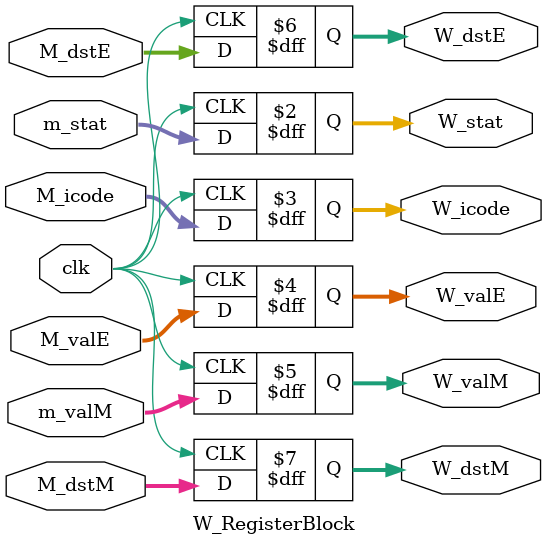
<source format=v>
`timescale 1ns / 1ps

module W_RegisterBlock(clk,m_stat,M_icode,M_valE,m_valM,M_dstE,M_dstM,
                           W_stat,W_icode,W_valE,W_valM,W_dstE,W_dstM);  
  
input clk;
input [2:0] m_stat;
input [3:0] M_icode;
input [63:0] M_valE;
input [63:0] m_valM;
input [3:0] M_dstE;
input [3:0] M_dstM;
  

output reg [2:0] W_stat;
output reg [3:0] W_icode;
output reg [63:0] W_valE;
output reg [63:0] W_valM;
output reg [3:0] W_dstE;
output reg [3:0] W_dstM;


always@(posedge clk)
begin


 W_stat  <= m_stat;
 W_icode <= M_icode;
 W_dstE  <= M_dstE;
 W_dstM  <= M_dstM;
 W_valE  <= M_valE;
 W_valM  <= m_valM;

end
endmodule
</source>
